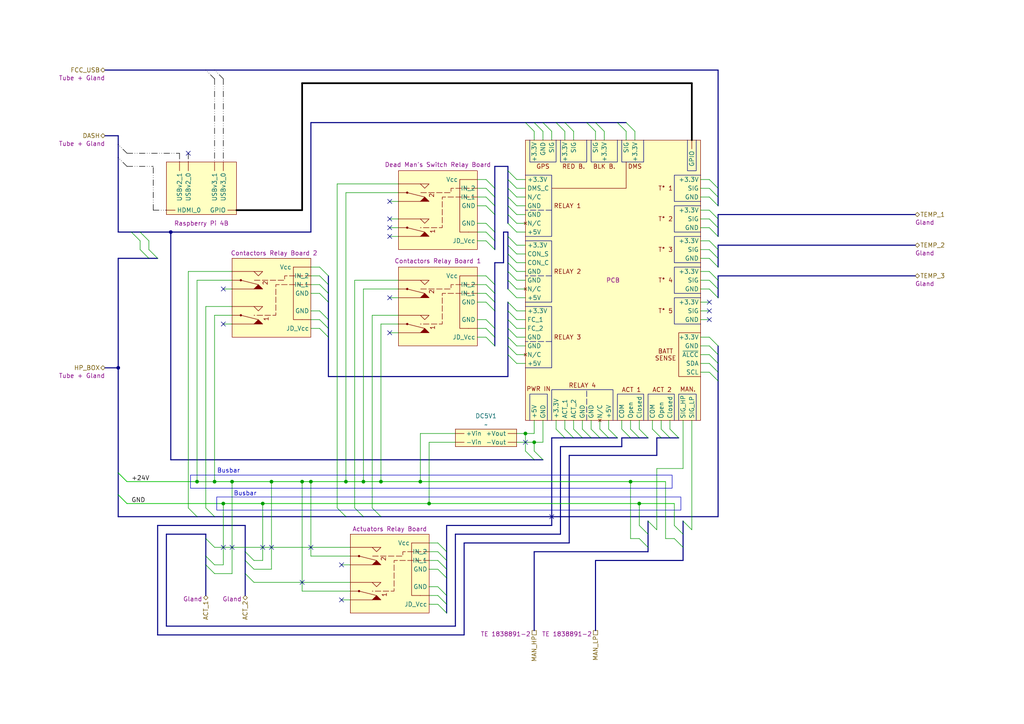
<source format=kicad_sch>
(kicad_sch (version 20231120) (generator "eeschema") (generator_version "8.0")
  (paper "A4")
  (title_block (title "Low Power Box Layout") (date "2024-06-04") (rev "1.3.0") (company "Exocet Polytechnique Montréal"))
  (lib_symbols
    (symbol "Exocet_Electrical:DC-DC_24V_5V"
      (property "Reference" "DC5V" (at 0 0 0))
      (symbol "DC-DC_24V_5V_1_1"
        (rectangle (start -8.89 -1.27) (end 8.89 -6.35) (fill (type background)))
        (pin power_in line (at -8.89 -2.54 0) (length 2.54) (name "+Vin") (number ""))
        (pin power_out line (at 8.89 -2.54 180) (length 2.54) (name "+Vout") (number ""))
        (pin power_in line (at -8.89 -5.08 0) (length 2.54) (name "-Vin") (number ""))
        (pin power_out line (at 8.89 -5.08 180) (length 2.54) (name "-Vout") (number ""))
      )
    )
    (symbol "Exocet_Electrical:PCB"
      (property "Reference" "PCB" (at 0 2.54 0))
      (symbol "PCB_1_1"
        (rectangle (start -25.4 40.64) (end 25.4 -40.64) (fill (type background)))
        (polyline (pts (xy -17.78 -17.78) (xy -25.4 -17.78)) (stroke (width 0) (type dash) (color 0 0 132 1)))
        (polyline (pts (xy -17.78 1.27) (xy -25.4 1.27)) (stroke (width 0) (type dash) (color 0 0 132 1)))
        (polyline (pts (xy -17.78 20.32) (xy -25.4 20.32)) (stroke (width 0) (type dash) (color 0 0 132 1)))
        (polyline (pts (xy -17.78 26.67) (xy 3.81 26.67)))
        (polyline (pts (xy -7.62 -40.64) (xy -7.62 -31.75)) (stroke (width 0) (type dash) (color 0 0 132 1)))
        (polyline (pts (xy 3.81 26.67) (xy 3.81 34.29)))
        (polyline (pts (xy -25.4 -7.62) (xy -17.78 -7.62) (xy -17.78 -25.4) (xy -25.4 -25.4)) (stroke (width 0) (color 0 0 132 1)))
        (polyline (pts (xy -25.4 11.43) (xy -17.78 11.43) (xy -17.78 -6.35) (xy -25.4 -6.35)) (stroke (width 0) (color 0 0 132 1)))
        (polyline (pts (xy -25.4 30.48) (xy -17.78 30.48) (xy -17.78 12.7) (xy -25.4 12.7)) (stroke (width 0) (color 0 0 132 1)))
        (polyline (pts (xy -24.13 40.64) (xy -24.13 34.29) (xy -16.51 34.29) (xy -16.51 40.64)) (stroke (width 0) (color 0 0 132 1)))
        (polyline (pts (xy -19.05 -40.64) (xy -19.05 -33.02) (xy -24.13 -33.02) (xy -24.13 -40.64)) (stroke (width 0) (color 0 0 132 1)))
        (polyline (pts (xy -15.24 40.64) (xy -15.24 34.29) (xy -7.62 34.29) (xy -7.62 40.64)) (stroke (width 0) (color 0 0 132 1)))
        (polyline (pts (xy -6.35 40.64) (xy -6.35 34.29) (xy 1.27 34.29) (xy 1.27 40.64)) (stroke (width 0) (color 0 0 132 1)))
        (polyline (pts (xy 0 -40.64) (xy 0 -31.75) (xy -17.78 -31.75) (xy -17.78 -40.64)) (stroke (width 0) (color 0 0 132 1)))
        (polyline (pts (xy 2.54 40.64) (xy 2.54 34.29) (xy 8.89 34.29) (xy 8.89 40.64)) (stroke (width 0) (color 0 0 132 1)))
        (polyline (pts (xy 8.89 -40.64) (xy 8.89 -33.02) (xy 1.27 -33.02) (xy 1.27 -40.64)) (stroke (width 0) (color 0 0 132 1)))
        (polyline (pts (xy 17.78 -40.64) (xy 17.78 -33.02) (xy 10.16 -33.02) (xy 10.16 -40.64)) (stroke (width 0) (color 0 0 132 1)))
        (polyline (pts (xy 19.05 -40.64) (xy 19.05 -33.02) (xy 24.13 -33.02) (xy 24.13 -40.64)) (stroke (width 0) (color 0 0 132 1)))
        (polyline (pts (xy 21.59 40.64) (xy 21.59 31.75) (xy 24.13 31.75) (xy 24.13 40.64)) (stroke (width 0) (color 0 0 132 1)))
        (polyline (pts (xy 25.4 -15.24) (xy 19.05 -15.24) (xy 19.05 -27.94) (xy 25.4 -27.94)))
        (polyline (pts (xy 25.4 -12.7) (xy 17.78 -12.7) (xy 17.78 -5.08) (xy 25.4 -5.08)) (stroke (width 0) (color 0 0 132 1)))
        (polyline (pts (xy 25.4 -3.81) (xy 17.78 -3.81) (xy 17.78 3.81) (xy 25.4 3.81)) (stroke (width 0) (color 0 0 132 1)))
        (polyline (pts (xy 25.4 5.08) (xy 17.78 5.08) (xy 17.78 12.7) (xy 25.4 12.7)) (stroke (width 0) (color 0 0 132 1)))
        (polyline (pts (xy 25.4 13.97) (xy 17.78 13.97) (xy 17.78 21.59) (xy 25.4 21.59)) (stroke (width 0) (color 0 0 132 1)))
        (polyline (pts (xy 25.4 22.86) (xy 17.78 22.86) (xy 17.78 30.48) (xy 25.4 30.48)) (stroke (width 0) (color 0 0 132 1)))
        (text "ACT 1" (at 5.334 -31.75 0) (effects (font (size 1.27 1.27))))
        (text "ACT 2" (at 14.224 -31.75 0) (effects (font (size 1.27 1.27))))
        (text "BATT\nSENSE" (at 15.24 -21.59 0) (effects (font (size 1.27 1.27))))
        (text "BLK B." (at -2.54 33.02 0) (effects (font (size 1.27 1.27))))
        (text "DMS" (at 6.35 33.02 0) (effects (font (size 1.27 1.27))))
        (text "GPS" (at -20.32 33.02 0) (effects (font (size 1.27 1.27))))
        (text "MAN." (at 21.717 -31.623 0) (effects (font (size 1.27 1.27))))
        (text "PWR IN" (at -21.59 -31.496 0) (effects (font (size 1.27 1.27))))
        (text "RED B." (at -11.43 33.02 0) (effects (font (size 1.27 1.27))))
        (text "RELAY 1" (at -13.208 21.59 0) (effects (font (size 1.27 1.27))))
        (text "RELAY 2" (at -13.208 2.54 0) (effects (font (size 1.27 1.27))))
        (text "RELAY 3" (at -13.208 -16.51 0) (effects (font (size 1.27 1.27))))
        (text "RELAY 4" (at -8.89 -30.48 0) (effects (font (size 1.27 1.27))))
        (text "T° 1" (at 15.24 26.67 0) (effects (font (size 1.27 1.27))))
        (text "T° 2" (at 15.24 17.78 0) (effects (font (size 1.27 1.27))))
        (text "T° 3" (at 15.24 8.89 0) (effects (font (size 1.27 1.27))))
        (text "T° 4" (at 15.24 0 0) (effects (font (size 1.27 1.27))))
        (text "T° 5" (at 15.24 -8.89 0) (effects (font (size 1.27 1.27))))
        (pin power_out line (at -25.4 -8.89 0) (length 0) (name "+3.3V") (number ""))
        (pin power_out line (at -25.4 10.16 0) (length 0) (name "+3.3V") (number ""))
        (pin power_out line (at -25.4 29.21 0) (length 0) (name "+3.3V") (number ""))
        (pin power_out line (at -22.86 40.64 270) (length 0) (name "+3.3V") (number ""))
        (pin power_out line (at -16.51 -40.64 90) (length 0) (name "+3.3V") (number ""))
        (pin power_out line (at -13.97 40.64 270) (length 0) (name "+3.3V") (number ""))
        (pin power_out line (at -2.54 40.64 270) (length 0) (name "+3.3V") (number ""))
        (pin power_out line (at 6.35 40.64 270) (length 0) (name "+3.3V") (number ""))
        (pin power_out line (at 25.4 -16.51 180) (length 0) (name "+3.3V") (number ""))
        (pin power_out line (at 25.4 -6.35 180) (length 0) (name "+3.3V") (number ""))
        (pin power_out line (at 25.4 2.54 180) (length 0) (name "+3.3V") (number ""))
        (pin power_out line (at 25.4 11.43 180) (length 0) (name "+3.3V") (number ""))
        (pin power_out line (at 25.4 20.32 180) (length 0) (name "+3.3V") (number ""))
        (pin power_out line (at 25.4 29.21 180) (length 0) (name "+3.3V") (number ""))
        (pin power_out line (at -25.4 -24.13 0) (length 0) (name "+5V") (number ""))
        (pin power_out line (at -25.4 -5.08 0) (length 0) (name "+5V") (number ""))
        (pin power_out line (at -25.4 13.97 0) (length 0) (name "+5V") (number ""))
        (pin power_in line (at -22.86 -40.64 90) (length 0) (name "+5V") (number ""))
        (pin power_out line (at -1.27 -40.64 90) (length 0) (name "+5V") (number ""))
        (pin output line (at -13.97 -40.64 90) (length 0) (name "ACT_1") (number ""))
        (pin output line (at -11.43 -40.64 90) (length 0) (name "ACT_2") (number ""))
        (pin output line (at 2.54 -40.64 90) (length 0) (name "COM") (number ""))
        (pin output line (at 11.43 -40.64 90) (length 0) (name "COM") (number ""))
        (pin output line (at -25.4 5.08 0) (length 0) (name "CON_C") (number ""))
        (pin output line (at -25.4 7.62 0) (length 0) (name "CON_S") (number ""))
        (pin input line (at 7.62 -40.64 90) (length 0) (name "Closed") (number ""))
        (pin input line (at 16.51 -40.64 90) (length 0) (name "Closed") (number ""))
        (pin output line (at -25.4 26.67 0) (length 0) (name "DMS_C") (number ""))
        (pin output line (at -25.4 -11.43 0) (length 0) (name "FC_1") (number ""))
        (pin output line (at -25.4 -13.97 0) (length 0) (name "FC_2") (number ""))
        (pin power_out line (at -25.4 -19.05 0) (length 0) (name "GND") (number ""))
        (pin power_out line (at -25.4 -16.51 0) (length 0) (name "GND") (number ""))
        (pin power_out line (at -25.4 0 0) (length 0) (name "GND") (number ""))
        (pin power_out line (at -25.4 2.54 0) (length 0) (name "GND") (number ""))
        (pin power_out line (at -25.4 19.05 0) (length 0) (name "GND") (number ""))
        (pin power_out line (at -25.4 21.59 0) (length 0) (name "GND") (number ""))
        (pin power_in line (at -20.32 -40.64 90) (length 0) (name "GND") (number ""))
        (pin power_out line (at -20.32 40.64 270) (length 0) (name "GND") (number ""))
        (pin power_out line (at -8.89 -40.64 90) (length 0) (name "GND") (number ""))
        (pin power_out line (at -6.35 -40.64 90) (length 0) (name "GND") (number ""))
        (pin power_out line (at 25.4 -19.05 180) (length 0) (name "GND") (number ""))
        (pin power_out line (at 25.4 -11.43 180) (length 0) (name "GND") (number ""))
        (pin power_out line (at 25.4 -2.54 180) (length 0) (name "GND") (number ""))
        (pin power_out line (at 25.4 6.35 180) (length 0) (name "GND") (number ""))
        (pin power_out line (at 25.4 15.24 180) (length 0) (name "GND") (number ""))
        (pin power_out line (at 25.4 24.13 180) (length 0) (name "GND") (number ""))
        (pin bidirectional line (at 22.86 40.64 270) (length 2.54) (name "GPIO") (number ""))
        (pin no_connect line (at -25.4 -21.59 0) (length 0) (name "N/C") (number ""))
        (pin no_connect line (at -25.4 -2.54 0) (length 0) (name "N/C") (number ""))
        (pin no_connect line (at -25.4 16.51 0) (length 0) (name "N/C") (number ""))
        (pin output line (at -25.4 24.13 0) (length 0) (name "N/C") (number ""))
        (pin no_connect line (at -3.81 -40.64 90) (length 0) (name "N/C") (number ""))
        (pin input line (at 5.08 -40.64 90) (length 0) (name "Open") (number ""))
        (pin input line (at 13.97 -40.64 90) (length 0) (name "Open") (number ""))
        (pin bidirectional line (at 25.4 -26.67 180) (length 0) (name "SCL") (number ""))
        (pin bidirectional line (at 25.4 -24.13 180) (length 0) (name "SDA") (number ""))
        (pin input line (at -17.78 40.64 270) (length 0) (name "SIG") (number ""))
        (pin input line (at -11.43 40.64 270) (length 0) (name "SIG") (number ""))
        (pin input line (at -5.08 40.64 270) (length 0) (name "SIG") (number ""))
        (pin input line (at 3.81 40.64 270) (length 0) (name "SIG") (number ""))
        (pin bidirectional line (at 25.4 -8.89 180) (length 0) (name "SIG") (number ""))
        (pin bidirectional line (at 25.4 0 180) (length 0) (name "SIG") (number ""))
        (pin bidirectional line (at 25.4 8.89 180) (length 0) (name "SIG") (number ""))
        (pin bidirectional line (at 25.4 17.78 180) (length 0) (name "SIG") (number ""))
        (pin bidirectional line (at 25.4 26.67 180) (length 0) (name "SIG") (number ""))
        (pin input line (at 20.32 -40.64 90) (length 0) (name "SIG_HP") (number ""))
        (pin input line (at 22.86 -40.64 90) (length 0) (name "SIG_LP") (number ""))
        (pin output line (at 25.4 -21.59 180) (length 0) (name "~{ALCC}") (number ""))
      )
    )
    (symbol "Exocet_Electrical:Raspberry_Pi"
      (property "Reference" "RPI" (at 0 0 0))
      (symbol "Raspberry_Pi_1_1"
        (rectangle (start -10.16 -1.27) (end 10.16 -16.51) (fill (type background)))
        (pin bidirectional line (at -10.16 -2.54 0) (length 2.54) (name "GPIO") (number ""))
        (pin output line (at 10.16 -2.54 180) (length 2.54) (name "HDMI_0") (number ""))
        (pin bidirectional line (at 3.81 -16.51 90) (length 2.54) (name "USBv2_0") (number ""))
        (pin bidirectional line (at 6.35 -16.51 90) (length 2.54) (name "USBv2_1") (number ""))
        (pin bidirectional line (at -6.35 -16.51 90) (length 2.54) (name "USBv3_0") (number ""))
        (pin bidirectional line (at -3.81 -16.51 90) (length 2.54) (name "USBv3_1") (number ""))
      )
    )
    (symbol "Exocet_Electrical:Relay_Board"
      (property "Reference" "RELB" (at 0 0 0))
      (symbol "Relay_Board_0_1"
        (polyline (pts (xy 7.62 3.81) (xy 7.62 10.16)))
        (polyline (pts (xy 10.16 7.62) (xy 8.89 2.54)))
        (polyline (pts (xy 12.7 3.81) (xy 12.7 10.16)))
        (polyline (pts (xy 17.78 3.81) (xy 17.78 10.16)))
        (polyline (pts (xy 20.32 7.62) (xy 19.05 2.54)))
        (polyline (pts (xy 22.86 3.81) (xy 22.86 10.16)))
      )
      (symbol "Relay_Board_1_1"
        (polyline (pts (xy 10.16 7.62) (xy 10.16 10.16)))
        (polyline (pts (xy 20.32 7.62) (xy 20.32 10.16)))
        (polyline (pts (xy 24.13 -7.62) (xy 8.89 -7.62) (xy 8.89 -10.16)))
        (polyline (pts (xy 19.05 -12.7) (xy 19.05 -2.54) (xy 10.16 -2.54) (xy 10.16 3.81)) (stroke (width 0) (type dash)))
        (polyline (pts (xy 21.59 -12.7) (xy 21.59 -5.08) (xy 20.32 -5.08) (xy 20.32 3.81)) (stroke (width 0) (type dash)))
        (polyline (pts (xy 7.62 2.54) (xy 7.62 1.27) (xy 8.89 2.54) (xy 7.62 3.81) (xy 7.62 2.54)) (fill (type outline)))
        (polyline (pts (xy 12.7 2.54) (xy 12.7 1.27) (xy 11.43 2.54) (xy 12.7 3.81) (xy 12.7 2.54)))
        (polyline (pts (xy 17.78 2.54) (xy 17.78 1.27) (xy 19.05 2.54) (xy 17.78 3.81) (xy 17.78 2.54)) (fill (type outline)))
        (polyline (pts (xy 22.86 2.54) (xy 22.86 1.27) (xy 21.59 2.54) (xy 22.86 3.81) (xy 22.86 2.54)))
        (rectangle (start 3.81 10.16) (end 26.67 -12.7) (fill (type background)))
        (circle (center 10.16 7.62) (radius 0.25) (fill (type outline)))
        (circle (center 20.32 7.62) (radius 0.25) (fill (type outline)))
        (text "1" (at 9.144 0.254 0) (effects (font (size 1.27 1.27))))
        (text "2" (at 19.558 0.508 0) (effects (font (size 1.27 1.27))))
        (pin passive line (at 7.62 10.16 270) (length 0) (name "") (number ""))
        (pin power_out line (at 8.89 -12.7 90) (length 2.54) (name "") (number ""))
        (pin passive line (at 10.16 10.16 270) (length 0) (name "") (number ""))
        (pin passive line (at 12.7 10.16 270) (length 0) (name "") (number ""))
        (pin passive line (at 17.78 10.16 270) (length 0) (name "") (number ""))
        (pin passive line (at 20.32 10.16 270) (length 0) (name "") (number ""))
        (pin passive line (at 22.86 10.16 270) (length 0) (name "") (number ""))
        (pin power_in line (at 11.43 -12.7 90) (length 0) (name "GND") (number ""))
        (pin power_in line (at 16.51 -12.7 90) (length 0) (name "GND") (number ""))
        (pin input line (at 19.05 -12.7 90) (length 0) (name "IN_1") (number ""))
        (pin input line (at 21.59 -12.7 90) (length 0) (name "IN_2") (number ""))
        (pin power_in line (at 6.35 -12.7 90) (length 0) (name "JD_Vcc") (number ""))
        (pin power_in line (at 24.13 -12.7 90) (length 5.08) (name "Vcc") (number ""))
      )
    )
  )
  (junction (at 62.23 139.7))
  (junction (at 67.31 139.7))
  (junction (at 87.63 139.7))
  (junction (at 152.4 125.73))
  (junction (at 57.15 139.7))
  (junction (at 185.42 146.05))
  (junction (at 78.74 139.7))
  (junction (at 76.2 146.05))
  (junction (at 64.77 146.05))
  (junction (at 110.49 139.7))
  (junction (at 124.46 146.05))
  (junction (at 90.17 139.7))
  (junction (at 49.53 67.31))
  (junction (at 154.94 128.27))
  (junction (at 121.92 139.7))
  (junction (at 182.88 139.7))
  (junction (at 105.41 139.7))
  (junction (at 34.29 106.68))
  (junction (at 100.33 139.7))
  (no_connect (at 205.74 90.17))
  (no_connect (at 99.06 163.83))
  (no_connect (at 113.03 86.36))
  (no_connect (at 205.74 87.63))
  (no_connect (at 113.03 66.04))
  (no_connect (at 152.4 128.27))
  (no_connect (at 78.74 158.75))
  (no_connect (at 64.77 83.82))
  (no_connect (at 87.63 168.91))
  (no_connect (at 113.03 68.58))
  (no_connect (at 90.17 158.75))
  (no_connect (at 54.61 44.45))
  (no_connect (at 64.77 93.98))
  (no_connect (at 205.74 92.71))
  (no_connect (at 76.2 158.75))
  (no_connect (at 64.77 158.75))
  (no_connect (at 160.02 149.86))
  (no_connect (at 67.31 158.75))
  (no_connect (at 113.03 58.42))
  (no_connect (at 99.06 173.99))
  (no_connect (at 113.03 96.52))
  (no_connect (at 113.03 63.5))
  (bus_entry (at 140.97 80.01) (size 2.54 2.54))
  (bus_entry (at 191.77 124.46) (size 2.54 2.54))
  (bus_entry (at 147.32 78.74) (size 2.54 2.54))
  (bus_entry (at 205.74 66.04) (size 2.54 2.54))
  (bus_entry (at 166.37 124.46) (size 2.54 2.54))
  (bus_entry (at 147.32 64.77) (size 2.54 2.54))
  (bus_entry (at 198.12 151.13) (size 2.54 2.54))
  (bus_entry (at 205.74 83.82) (size 2.54 2.54))
  (bus_entry (at 147.32 81.28) (size 2.54 2.54))
  (bus_entry (at 71.12 160.02) (size 2.54 2.54))
  (bus_entry (at 185.42 152.4) (size 2.54 2.54))
  (bus_entry (at 147.32 54.61) (size 2.54 2.54))
  (bus_entry (at 140.97 59.69) (size 2.54 2.54))
  (bus_entry (at 205.74 100.33) (size 2.54 2.54))
  (bus_entry (at 185.42 124.46) (size 2.54 2.54))
  (bus_entry (at 195.58 156.21) (size 2.54 2.54))
  (bus_entry (at 147.32 71.12) (size 2.54 2.54))
  (bus_entry (at 181.61 35.56) (size 2.54 2.54))
  (bus_entry (at 127 175.26) (size 2.54 2.54))
  (bus_entry (at 205.74 81.28) (size 2.54 2.54))
  (bus_entry (at 140.97 57.15) (size 2.54 2.54))
  (bus_entry (at 92.71 82.55) (size 2.54 2.54))
  (bus_entry (at 194.31 124.46) (size 2.54 2.54))
  (bus_entry (at 127 165.1) (size 2.54 2.54))
  (bus_entry (at 127 157.48) (size 2.54 2.54))
  (bus_entry (at 59.69 161.29) (size 2.54 2.54))
  (bus_entry (at 168.91 124.46) (size 2.54 2.54))
  (bus_entry (at 34.29 137.16) (size 2.54 2.54) (stroke (width 0.2032) (color 0 194 0 1)))
  (bus_entry (at 127 172.72) (size 2.54 2.54))
  (bus_entry (at 54.61 147.32) (size 2.54 2.54))
  (bus_entry (at 140.97 85.09) (size 2.54 2.54))
  (bus_entry (at 127 160.02) (size 2.54 2.54))
  (bus_entry (at 152.4 35.56) (size 2.54 2.54))
  (bus_entry (at 179.07 35.56) (size 2.54 2.54))
  (bus_entry (at 71.12 162.56) (size 2.54 2.54))
  (bus_entry (at 92.71 85.09) (size 2.54 2.54))
  (bus_entry (at 161.29 35.56) (size 2.54 2.54))
  (bus_entry (at 140.97 67.31) (size 2.54 2.54))
  (bus_entry (at 71.12 166.37) (size 2.54 2.54))
  (bus_entry (at 40.64 67.31) (size 2.54 2.54))
  (bus_entry (at 182.88 124.46) (size 2.54 2.54))
  (bus_entry (at 147.32 59.69) (size 2.54 2.54))
  (bus_entry (at 59.69 163.83) (size 2.54 2.54))
  (bus_entry (at 147.32 97.79) (size 2.54 2.54))
  (bus_entry (at 152.4 130.81) (size 2.54 2.54))
  (bus_entry (at 140.97 97.79) (size 2.54 2.54))
  (bus_entry (at 92.71 80.01) (size 2.54 2.54))
  (bus_entry (at 92.71 95.25) (size 2.54 2.54))
  (bus_entry (at 92.71 90.17) (size 2.54 2.54))
  (bus_entry (at 205.74 105.41) (size 2.54 2.54))
  (bus_entry (at 140.97 95.25) (size 2.54 2.54))
  (bus_entry (at 147.32 102.87) (size 2.54 2.54))
  (bus_entry (at 147.32 49.53) (size 2.54 2.54))
  (bus_entry (at 205.74 52.07) (size 2.54 2.54))
  (bus_entry (at 147.32 52.07) (size 2.54 2.54))
  (bus_entry (at 154.94 35.56) (size 2.54 2.54))
  (bus_entry (at 205.74 78.74) (size 2.54 2.54))
  (bus_entry (at 205.74 69.85) (size 2.54 2.54))
  (bus_entry (at 205.74 107.95) (size 2.54 2.54))
  (bus_entry (at 147.32 87.63) (size 2.54 2.54))
  (bus_entry (at 147.32 68.58) (size 2.54 2.54))
  (bus_entry (at 205.74 57.15) (size 2.54 2.54))
  (bus_entry (at 36.83 44.45) (size -2.54 -2.54) (stroke (width 0) (type dash_dot_dot) (color 0 0 0 1)))
  (bus_entry (at 102.87 147.32) (size 2.54 2.54))
  (bus_entry (at 59.69 156.21) (size 2.54 2.54))
  (bus_entry (at 140.97 54.61) (size 2.54 2.54))
  (bus_entry (at 36.83 48.26) (size -2.54 -2.54) (stroke (width 0) (type dash_dot_dot) (color 0 0 0 1)))
  (bus_entry (at 140.97 69.85) (size 2.54 2.54))
  (bus_entry (at 205.74 74.93) (size 2.54 2.54))
  (bus_entry (at 40.64 72.39) (size 2.54 2.54))
  (bus_entry (at 205.74 54.61) (size 2.54 2.54))
  (bus_entry (at 147.32 73.66) (size 2.54 2.54))
  (bus_entry (at 161.29 124.46) (size 2.54 2.54))
  (bus_entry (at 173.99 124.46) (size 2.54 2.54))
  (bus_entry (at 64.77 22.86) (size -2.54 -2.54) (stroke (width 0) (type dash_dot_dot) (color 0 0 0 1)))
  (bus_entry (at 97.79 147.32) (size 2.54 2.54))
  (bus_entry (at 147.32 83.82) (size 2.54 2.54))
  (bus_entry (at 147.32 90.17) (size 2.54 2.54))
  (bus_entry (at 147.32 57.15) (size 2.54 2.54))
  (bus_entry (at 205.74 72.39) (size 2.54 2.54))
  (bus_entry (at 205.74 97.79) (size 2.54 2.54))
  (bus_entry (at 140.97 92.71) (size 2.54 2.54))
  (bus_entry (at 147.32 92.71) (size 2.54 2.54))
  (bus_entry (at 92.71 92.71) (size 2.54 2.54))
  (bus_entry (at 147.32 62.23) (size 2.54 2.54))
  (bus_entry (at 185.42 156.21) (size 2.54 2.54))
  (bus_entry (at 171.45 124.46) (size 2.54 2.54))
  (bus_entry (at 195.58 152.4) (size 2.54 2.54))
  (bus_entry (at 62.23 22.86) (size -2.54 -2.54) (stroke (width 0) (type dash_dot_dot) (color 0 0 0 1)))
  (bus_entry (at 176.53 124.46) (size 2.54 2.54))
  (bus_entry (at 180.34 124.46) (size 2.54 2.54))
  (bus_entry (at 147.32 76.2) (size 2.54 2.54))
  (bus_entry (at 154.94 130.81) (size 2.54 2.54))
  (bus_entry (at 172.72 35.56) (size 2.54 2.54))
  (bus_entry (at 189.23 124.46) (size 2.54 2.54))
  (bus_entry (at 92.71 77.47) (size 2.54 2.54))
  (bus_entry (at 38.1 67.31) (size 2.54 2.54))
  (bus_entry (at 205.74 102.87) (size 2.54 2.54))
  (bus_entry (at 127 162.56) (size 2.54 2.54))
  (bus_entry (at 163.83 124.46) (size 2.54 2.54))
  (bus_entry (at 157.48 35.56) (size 2.54 2.54))
  (bus_entry (at 59.69 147.32) (size 2.54 2.54))
  (bus_entry (at 163.83 35.56) (size 2.54 2.54))
  (bus_entry (at 170.18 35.56) (size 2.54 2.54))
  (bus_entry (at 43.18 72.39) (size 2.54 2.54))
  (bus_entry (at 147.32 100.33) (size 2.54 2.54))
  (bus_entry (at 205.74 63.5) (size 2.54 2.54))
  (bus_entry (at 187.96 151.13) (size 2.54 2.54))
  (bus_entry (at 147.32 95.25) (size 2.54 2.54))
  (bus_entry (at 140.97 64.77) (size 2.54 2.54))
  (bus_entry (at 107.95 147.32) (size 2.54 2.54))
  (bus_entry (at 140.97 82.55) (size 2.54 2.54))
  (bus_entry (at 140.97 52.07) (size 2.54 2.54))
  (bus_entry (at 140.97 87.63) (size 2.54 2.54))
  (bus_entry (at 127 170.18) (size 2.54 2.54))
  (bus_entry (at 205.74 60.96) (size 2.54 2.54))
  (bus_entry (at 34.29 143.51) (size 2.54 2.54) (stroke (width 0.2032) (color 0 194 0 1)))
  (wire (pts (xy 124.46 172.72) (xy 127 172.72)))
  (bus (pts (xy 187.96 158.75) (xy 187.96 160.02)))
  (wire (pts (xy 78.74 139.7) (xy 78.74 165.1)))
  (bus (pts (xy 34.29 39.37) (xy 34.29 41.91)))
  (bus (pts (xy 71.12 166.37) (xy 71.12 162.56)))
  (wire (pts (xy 157.48 128.27) (xy 157.48 121.92)))
  (wire (pts (xy 203.2 63.5) (xy 205.74 63.5)))
  (wire (pts (xy 203.2 72.39) (xy 205.74 72.39)))
  (bus (pts (xy 45.72 184.15) (xy 134.62 184.15)))
  (wire (pts (xy 149.86 95.25) (xy 152.4 95.25)))
  (wire (pts (xy 138.43 87.63) (xy 140.97 87.63)))
  (bus (pts (xy 143.51 62.23) (xy 143.51 67.31)))
  (wire (pts (xy 78.74 139.7) (xy 87.63 139.7)) (stroke (width 0.2032) (color 0 194 0 1)))
  (bus (pts (xy 129.54 165.1) (xy 129.54 167.64)))
  (bus (pts (xy 194.31 127) (xy 191.77 127)))
  (bus (pts (xy 147.32 90.17) (xy 147.32 87.63)))
  (wire (pts (xy 90.17 95.25) (xy 92.71 95.25)))
  (wire (pts (xy 152.4 125.73) (xy 154.94 125.73)))
  (bus (pts (xy 134.62 157.48) (xy 165.1 157.48)))
  (bus (pts (xy 154.94 160.02) (xy 154.94 182.88)))
  (bus (pts (xy 180.34 129.54) (xy 162.56 129.54)))
  (wire (pts (xy 149.86 102.87) (xy 152.4 102.87)))
  (wire (pts (xy 90.17 139.7) (xy 100.33 139.7)) (stroke (width 0.2032) (color 0 194 0 1)))
  (wire (pts (xy 52.07 44.45) (xy 52.07 46.99)) (stroke (width 0) (type dash_dot_dot) (color 0 0 0 1)))
  (wire (pts (xy 193.04 139.7) (xy 193.04 156.21)))
  (bus (pts (xy 208.28 86.36) (xy 208.28 83.82)))
  (bus (pts (xy 132.08 181.61) (xy 48.26 181.61)))
  (bus (pts (xy 90.17 67.31) (xy 90.17 35.56)))
  (bus (pts (xy 105.41 149.86) (xy 110.49 149.86)))
  (wire (pts (xy 152.4 125.73) (xy 152.4 130.81)))
  (wire (pts (xy 149.86 81.28) (xy 152.4 81.28)))
  (wire (pts (xy 102.87 81.28) (xy 102.87 147.32)))
  (wire (pts (xy 101.6 171.45) (xy 87.63 171.45)))
  (wire (pts (xy 138.43 69.85) (xy 140.97 69.85)))
  (wire (pts (xy 176.53 121.92) (xy 176.53 124.46)))
  (bus (pts (xy 208.28 100.33) (xy 208.28 102.87)))
  (bus (pts (xy 208.28 74.93) (xy 208.28 72.39)))
  (bus (pts (xy 160.02 127) (xy 160.02 152.4)))
  (bus (pts (xy 147.32 48.26) (xy 143.51 48.26)))
  (bus (pts (xy 172.72 35.56) (xy 179.07 35.56)))
  (bus (pts (xy 147.32 78.74) (xy 147.32 76.2)))
  (bus (pts (xy 208.28 83.82) (xy 208.28 81.28)))
  (bus (pts (xy 90.17 35.56) (xy 152.4 35.56)))
  (wire (pts (xy 59.69 88.9) (xy 59.69 147.32)))
  (bus (pts (xy 34.29 45.72) (xy 34.29 67.31)))
  (wire (pts (xy 113.03 66.04) (xy 115.57 66.04)))
  (wire (pts (xy 149.86 52.07) (xy 152.4 52.07)))
  (wire (pts (xy 36.83 48.26) (xy 44.45 48.26)) (stroke (width 0) (type dash_dot_dot) (color 0 0 0 1)))
  (wire (pts (xy 87.63 139.7) (xy 90.17 139.7)) (stroke (width 0.2032) (color 0 194 0 1)))
  (wire (pts (xy 90.17 77.47) (xy 92.71 77.47)))
  (bus (pts (xy 166.37 127) (xy 163.83 127)))
  (bus (pts (xy 208.28 110.49) (xy 208.28 149.86)))
  (wire (pts (xy 62.23 158.75) (xy 101.6 158.75)))
  (bus (pts (xy 49.53 133.35) (xy 154.94 133.35)))
  (bus (pts (xy 168.91 127) (xy 166.37 127)))
  (bus (pts (xy 34.29 74.93) (xy 43.18 74.93)))
  (bus (pts (xy 71.12 160.02) (xy 71.12 152.4)))
  (bus (pts (xy 160.02 127) (xy 163.83 127)))
  (bus (pts (xy 208.28 102.87) (xy 208.28 105.41)))
  (bus (pts (xy 187.96 154.94) (xy 187.96 158.75)))
  (bus (pts (xy 147.32 59.69) (xy 147.32 57.15)))
  (bus (pts (xy 208.28 105.41) (xy 208.28 107.95)))
  (bus (pts (xy 208.28 68.58) (xy 208.28 66.04)))
  (wire (pts (xy 149.86 128.27) (xy 154.94 128.27)))
  (bus (pts (xy 43.18 74.93) (xy 45.72 74.93)))
  (wire (pts (xy 67.31 91.44) (xy 62.23 91.44)))
  (wire (pts (xy 67.31 81.28) (xy 57.15 81.28)))
  (wire (pts (xy 62.23 166.37) (xy 67.31 166.37)))
  (bus (pts (xy 57.15 149.86) (xy 62.23 149.86)))
  (wire (pts (xy 149.86 54.61) (xy 152.4 54.61)))
  (bus (pts (xy 147.32 57.15) (xy 147.32 54.61)))
  (wire (pts (xy 181.61 38.1) (xy 181.61 40.64)))
  (bus (pts (xy 143.51 76.2) (xy 146.05 76.2)))
  (wire (pts (xy 138.43 57.15) (xy 140.97 57.15)))
  (wire (pts (xy 138.43 92.71) (xy 140.97 92.71)))
  (wire (pts (xy 138.43 80.01) (xy 140.97 80.01)))
  (wire (pts (xy 64.77 93.98) (xy 67.31 93.98)))
  (bus (pts (xy 143.51 97.79) (xy 143.51 100.33)))
  (bus (pts (xy 143.51 82.55) (xy 143.51 85.09)))
  (wire (pts (xy 113.03 86.36) (xy 115.57 86.36)))
  (wire (pts (xy 149.86 76.2) (xy 152.4 76.2)))
  (wire (pts (xy 68.58 60.96) (xy 87.63 60.96)) (stroke (width 0.5) (color 0 0 0 1)))
  (wire (pts (xy 64.77 146.05) (xy 64.77 163.83)))
  (wire (pts (xy 149.86 73.66) (xy 152.4 73.66)))
  (bus (pts (xy 48.26 181.61) (xy 48.26 154.94)))
  (wire (pts (xy 195.58 146.05) (xy 195.58 152.4)))
  (wire (pts (xy 203.2 100.33) (xy 205.74 100.33)))
  (wire (pts (xy 113.03 96.52) (xy 115.57 96.52)))
  (wire (pts (xy 90.17 90.17) (xy 92.71 90.17)))
  (wire (pts (xy 64.77 22.86) (xy 64.77 46.99)) (stroke (width 0) (type dash_dot_dot) (color 0 0 0 1)))
  (wire (pts (xy 203.2 54.61) (xy 205.74 54.61)))
  (bus (pts (xy 147.32 73.66) (xy 147.32 71.12)))
  (bus (pts (xy 208.28 66.04) (xy 208.28 63.5)))
  (bus (pts (xy 34.29 106.68) (xy 34.29 137.16)))
  (bus (pts (xy 40.64 67.31) (xy 49.53 67.31)))
  (bus (pts (xy 170.18 35.56) (xy 172.72 35.56)))
  (bus (pts (xy 45.72 152.4) (xy 71.12 152.4)))
  (wire (pts (xy 138.43 54.61) (xy 140.97 54.61)))
  (wire (pts (xy 36.83 139.7) (xy 57.15 139.7)) (stroke (width 0.2032) (color 0 194 0 1)))
  (wire (pts (xy 195.58 156.21) (xy 193.04 156.21)))
  (wire (pts (xy 105.41 139.7) (xy 110.49 139.7)) (stroke (width 0.2032) (color 0 194 0 1)))
  (wire (pts (xy 100.33 139.7) (xy 105.41 139.7)) (stroke (width 0.2032) (color 0 194 0 1)))
  (wire (pts (xy 115.57 93.98) (xy 110.49 93.98)))
  (bus (pts (xy 208.28 71.12) (xy 265.43 71.12)))
  (wire (pts (xy 44.45 60.96) (xy 44.45 48.26)) (stroke (width 0) (type dash_dot_dot) (color 0 0 0 1)))
  (bus (pts (xy 165.1 157.48) (xy 165.1 132.08)))
  (wire (pts (xy 138.43 97.79) (xy 140.97 97.79)))
  (wire (pts (xy 124.46 165.1) (xy 127 165.1)))
  (wire (pts (xy 90.17 85.09) (xy 92.71 85.09)))
  (bus (pts (xy 143.51 67.31) (xy 143.51 69.85)))
  (wire (pts (xy 115.57 83.82) (xy 105.41 83.82)))
  (bus (pts (xy 208.28 81.28) (xy 208.28 80.01)))
  (wire (pts (xy 124.46 170.18) (xy 127 170.18)))
  (wire (pts (xy 138.43 59.69) (xy 140.97 59.69)))
  (bus (pts (xy 59.69 154.94) (xy 59.69 156.21)))
  (bus (pts (xy 147.32 97.79) (xy 147.32 95.25)))
  (wire (pts (xy 203.2 57.15) (xy 205.74 57.15)))
  (bus (pts (xy 30.48 20.32) (xy 59.69 20.32)))
  (wire (pts (xy 115.57 91.44) (xy 107.95 91.44)))
  (wire (pts (xy 138.43 67.31) (xy 140.97 67.31)))
  (wire (pts (xy 73.66 168.91) (xy 101.6 168.91)))
  (bus (pts (xy 95.25 80.01) (xy 95.25 82.55)))
  (wire (pts (xy 113.03 68.58) (xy 115.57 68.58)))
  (wire (pts (xy 203.2 97.79) (xy 205.74 97.79)))
  (wire (pts (xy 121.92 125.73) (xy 121.92 139.7)))
  (wire (pts (xy 168.91 121.92) (xy 168.91 124.46)))
  (wire (pts (xy 163.83 38.1) (xy 163.83 40.64)))
  (bus (pts (xy 49.53 67.31) (xy 49.53 133.35)))
  (wire (pts (xy 190.5 135.89) (xy 190.5 153.67)))
  (wire (pts (xy 149.86 90.17) (xy 152.4 90.17)))
  (bus (pts (xy 147.32 102.87) (xy 147.32 109.22)))
  (bus (pts (xy 147.32 100.33) (xy 147.32 97.79)))
  (wire (pts (xy 149.86 105.41) (xy 152.4 105.41)))
  (wire (pts (xy 154.94 128.27) (xy 154.94 130.81)))
  (wire (pts (xy 44.45 60.96) (xy 48.26 60.96)) (stroke (width 0) (type dash_dot_dot) (color 0 0 0 1)))
  (wire (pts (xy 203.2 81.28) (xy 205.74 81.28)))
  (bus (pts (xy 34.29 137.16) (xy 34.29 143.51)))
  (bus (pts (xy 147.32 67.31) (xy 147.32 68.58)))
  (wire (pts (xy 124.46 160.02) (xy 127 160.02)))
  (wire (pts (xy 185.42 121.92) (xy 185.42 124.46)))
  (wire (pts (xy 67.31 88.9) (xy 59.69 88.9)))
  (wire (pts (xy 194.31 121.92) (xy 194.31 124.46)))
  (wire (pts (xy 90.17 92.71) (xy 92.71 92.71)))
  (wire (pts (xy 203.2 107.95) (xy 205.74 107.95)))
  (bus (pts (xy 198.12 154.94) (xy 198.12 158.75)))
  (wire (pts (xy 105.41 83.82) (xy 105.41 139.7)))
  (wire (pts (xy 149.86 92.71) (xy 152.4 92.71)))
  (bus (pts (xy 34.29 149.86) (xy 57.15 149.86)))
  (bus (pts (xy 95.25 95.25) (xy 95.25 97.79)))
  (wire (pts (xy 203.2 52.07) (xy 205.74 52.07)))
  (bus (pts (xy 95.25 82.55) (xy 95.25 85.09)))
  (wire (pts (xy 149.86 86.36) (xy 152.4 86.36)))
  (wire (pts (xy 182.88 139.7) (xy 182.88 156.21)))
  (bus (pts (xy 71.12 172.72) (xy 71.12 166.37)))
  (wire (pts (xy 124.46 175.26) (xy 127 175.26)))
  (bus (pts (xy 143.51 87.63) (xy 143.51 90.17)))
  (wire (pts (xy 154.94 125.73) (xy 154.94 121.92)))
  (wire (pts (xy 161.29 121.92) (xy 161.29 124.46)))
  (bus (pts (xy 171.45 127) (xy 168.91 127)))
  (wire (pts (xy 198.12 135.89) (xy 190.5 135.89)))
  (bus (pts (xy 147.32 52.07) (xy 147.32 49.53)))
  (bus (pts (xy 154.94 133.35) (xy 157.48 133.35)))
  (wire (pts (xy 149.86 100.33) (xy 152.4 100.33)))
  (wire (pts (xy 149.86 71.12) (xy 152.4 71.12)))
  (wire (pts (xy 203.2 69.85) (xy 205.74 69.85)))
  (bus (pts (xy 147.32 71.12) (xy 147.32 68.58)))
  (wire (pts (xy 67.31 139.7) (xy 78.74 139.7)) (stroke (width 0.2032) (color 0 194 0 1)))
  (bus (pts (xy 147.32 83.82) (xy 147.32 81.28)))
  (bus (pts (xy 34.29 41.91) (xy 34.29 45.72)))
  (bus (pts (xy 208.28 77.47) (xy 208.28 74.93)))
  (bus (pts (xy 154.94 35.56) (xy 157.48 35.56)))
  (wire (pts (xy 132.08 125.73) (xy 121.92 125.73)))
  (bus (pts (xy 208.28 80.01) (xy 265.43 80.01)))
  (wire (pts (xy 64.77 83.82) (xy 67.31 83.82)))
  (wire (pts (xy 149.86 64.77) (xy 152.4 64.77)))
  (wire (pts (xy 73.66 162.56) (xy 76.2 162.56)))
  (wire (pts (xy 62.23 163.83) (xy 64.77 163.83)))
  (bus (pts (xy 129.54 172.72) (xy 129.54 175.26)))
  (bus (pts (xy 147.32 92.71) (xy 147.32 90.17)))
  (wire (pts (xy 149.86 83.82) (xy 152.4 83.82)))
  (wire (pts (xy 191.77 121.92) (xy 191.77 124.46)))
  (wire (pts (xy 149.86 59.69) (xy 152.4 59.69)))
  (wire (pts (xy 203.2 102.87) (xy 205.74 102.87)))
  (bus (pts (xy 143.51 59.69) (xy 143.51 62.23)))
  (wire (pts (xy 64.77 146.05) (xy 76.2 146.05)) (stroke (width 0.2032) (color 0 194 0 1)))
  (wire (pts (xy 200.66 121.92) (xy 200.66 153.67)))
  (bus (pts (xy 208.28 72.39) (xy 208.28 71.12)))
  (wire (pts (xy 149.86 97.79) (xy 152.4 97.79)))
  (wire (pts (xy 203.2 105.41) (xy 205.74 105.41)))
  (bus (pts (xy 132.08 154.94) (xy 132.08 181.61)))
  (bus (pts (xy 62.23 20.32) (xy 208.28 20.32)))
  (wire (pts (xy 124.46 128.27) (xy 124.46 146.05)))
  (bus (pts (xy 143.51 76.2) (xy 143.51 82.55)))
  (bus (pts (xy 134.62 184.15) (xy 134.62 157.48)))
  (bus (pts (xy 161.29 35.56) (xy 163.83 35.56)))
  (wire (pts (xy 203.2 78.74) (xy 205.74 78.74)))
  (bus (pts (xy 179.07 35.56) (xy 181.61 35.56)))
  (wire (pts (xy 157.48 38.1) (xy 157.48 40.64)))
  (wire (pts (xy 198.12 121.92) (xy 198.12 135.89)))
  (bus (pts (xy 129.54 152.4) (xy 129.54 160.02)))
  (bus (pts (xy 48.26 154.94) (xy 59.69 154.94)))
  (bus (pts (xy 147.32 76.2) (xy 147.32 73.66)))
  (wire (pts (xy 203.2 66.04) (xy 205.74 66.04)))
  (bus (pts (xy 187.96 160.02) (xy 154.94 160.02)))
  (bus (pts (xy 143.51 95.25) (xy 143.51 97.79)))
  (wire (pts (xy 101.6 161.29) (xy 90.17 161.29)))
  (bus (pts (xy 147.32 54.61) (xy 147.32 52.07)))
  (wire (pts (xy 149.86 125.73) (xy 152.4 125.73)))
  (bus (pts (xy 129.54 162.56) (xy 129.54 165.1)))
  (bus (pts (xy 180.34 127) (xy 180.34 129.54)))
  (wire (pts (xy 203.2 90.17) (xy 205.74 90.17)))
  (wire (pts (xy 90.17 80.01) (xy 92.71 80.01)))
  (wire (pts (xy 171.45 121.92) (xy 171.45 124.46)))
  (bus (pts (xy 100.33 149.86) (xy 105.41 149.86)))
  (wire (pts (xy 182.88 121.92) (xy 182.88 124.46)))
  (bus (pts (xy 129.54 175.26) (xy 129.54 177.8)))
  (bus (pts (xy 185.42 127) (xy 182.88 127)))
  (wire (pts (xy 180.34 121.92) (xy 180.34 124.46)))
  (bus (pts (xy 208.28 57.15) (xy 208.28 59.69)))
  (wire (pts (xy 54.61 44.45) (xy 54.61 46.99)) (stroke (width 0) (type dash_dot_dot) (color 0 0 0 1)))
  (bus (pts (xy 38.1 67.31) (xy 40.64 67.31)))
  (bus (pts (xy 147.32 49.53) (xy 147.32 48.26)))
  (bus (pts (xy 187.96 127) (xy 185.42 127)))
  (bus (pts (xy 143.51 90.17) (xy 143.51 95.25)))
  (bus (pts (xy 172.72 162.56) (xy 172.72 182.88)))
  (wire (pts (xy 175.26 38.1) (xy 175.26 40.64)))
  (wire (pts (xy 110.49 139.7) (xy 121.92 139.7)) (stroke (width 0.2032) (color 0 194 0 1)))
  (bus (pts (xy 71.12 162.56) (xy 71.12 160.02)))
  (wire (pts (xy 107.95 91.44) (xy 107.95 147.32)))
  (bus (pts (xy 143.51 54.61) (xy 143.51 57.15)))
  (wire (pts (xy 154.94 38.1) (xy 154.94 40.64)))
  (bus (pts (xy 190.5 127) (xy 190.5 132.08)))
  (wire (pts (xy 97.79 53.34) (xy 115.57 53.34)))
  (bus (pts (xy 198.12 158.75) (xy 198.12 162.56)))
  (bus (pts (xy 59.69 163.83) (xy 59.69 172.72)))
  (wire (pts (xy 100.33 55.88) (xy 100.33 139.7)))
  (wire (pts (xy 184.15 38.1) (xy 184.15 40.64)))
  (wire (pts (xy 124.46 146.05) (xy 185.42 146.05)) (stroke (width 0.2032) (color 0 194 0 1)))
  (bus (pts (xy 147.32 95.25) (xy 147.32 92.71)))
  (bus (pts (xy 30.48 106.68) (xy 34.29 106.68)))
  (bus (pts (xy 129.54 160.02) (xy 129.54 162.56)))
  (wire (pts (xy 76.2 146.05) (xy 76.2 162.56)))
  (bus (pts (xy 95.25 87.63) (xy 95.25 92.71)))
  (wire (pts (xy 124.46 162.56) (xy 127 162.56)))
  (wire (pts (xy 115.57 81.28) (xy 102.87 81.28)))
  (bus (pts (xy 49.53 67.31) (xy 90.17 67.31)))
  (wire (pts (xy 149.86 57.15) (xy 152.4 57.15)))
  (bus (pts (xy 179.07 127) (xy 176.53 127)))
  (bus (pts (xy 143.51 57.15) (xy 143.51 59.69)))
  (bus (pts (xy 198.12 162.56) (xy 172.72 162.56)))
  (bus (pts (xy 143.51 85.09) (xy 143.51 87.63)))
  (wire (pts (xy 62.23 91.44) (xy 62.23 139.7)))
  (wire (pts (xy 138.43 82.55) (xy 140.97 82.55)))
  (wire (pts (xy 76.2 146.05) (xy 124.46 146.05)) (stroke (width 0.2032) (color 0 194 0 1)))
  (wire (pts (xy 149.86 78.74) (xy 152.4 78.74)))
  (bus (pts (xy 157.48 35.56) (xy 161.29 35.56)))
  (wire (pts (xy 149.86 67.31) (xy 152.4 67.31)))
  (bus (pts (xy 163.83 35.56) (xy 170.18 35.56)))
  (bus (pts (xy 95.25 109.22) (xy 147.32 109.22)))
  (bus (pts (xy 34.29 39.37) (xy 30.48 39.37)))
  (wire (pts (xy 189.23 121.92) (xy 189.23 124.46)))
  (bus (pts (xy 176.53 127) (xy 173.99 127)))
  (bus (pts (xy 165.1 132.08) (xy 190.5 132.08)))
  (wire (pts (xy 132.08 128.27) (xy 124.46 128.27)))
  (wire (pts (xy 203.2 87.63) (xy 205.74 87.63)))
  (wire (pts (xy 62.23 139.7) (xy 67.31 139.7)) (stroke (width 0.2032) (color 0 194 0 1)))
  (bus (pts (xy 162.56 154.94) (xy 132.08 154.94)))
  (wire (pts (xy 36.83 146.05) (xy 64.77 146.05)) (stroke (width 0.2032) (color 0 194 0 1)))
  (wire (pts (xy 185.42 146.05) (xy 195.58 146.05)) (stroke (width 0.2032) (color 0 194 0 1)))
  (wire (pts (xy 160.02 38.1) (xy 160.02 40.64)))
  (wire (pts (xy 203.2 92.71) (xy 205.74 92.71)))
  (wire (pts (xy 173.99 121.92) (xy 173.99 124.46)))
  (wire (pts (xy 97.79 53.34) (xy 97.79 147.32)))
  (wire (pts (xy 203.2 60.96) (xy 205.74 60.96)))
  (bus (pts (xy 95.25 92.71) (xy 95.25 95.25)))
  (bus (pts (xy 147.32 64.77) (xy 147.32 62.23)))
  (wire (pts (xy 57.15 81.28) (xy 57.15 139.7)))
  (wire (pts (xy 113.03 58.42) (xy 115.57 58.42)))
  (wire (pts (xy 90.17 139.7) (xy 90.17 161.29)))
  (wire (pts (xy 36.83 44.45) (xy 52.07 44.45)) (stroke (width 0) (type dash_dot_dot) (color 0 0 0 1)))
  (bus (pts (xy 147.32 62.23) (xy 147.32 59.69)))
  (bus (pts (xy 129.54 167.64) (xy 129.54 172.72)))
  (wire (pts (xy 149.86 62.23) (xy 152.4 62.23)))
  (bus (pts (xy 191.77 127) (xy 190.5 127)))
  (wire (pts (xy 100.33 55.88) (xy 115.57 55.88)))
  (bus (pts (xy 59.69 20.32) (xy 62.23 20.32)))
  (bus (pts (xy 146.05 67.31) (xy 146.05 76.2)))
  (wire (pts (xy 99.06 163.83) (xy 101.6 163.83)))
  (wire (pts (xy 163.83 121.92) (xy 163.83 124.46)))
  (wire (pts (xy 110.49 93.98) (xy 110.49 139.7)))
  (bus (pts (xy 182.88 127) (xy 180.34 127)))
  (wire (pts (xy 172.72 38.1) (xy 172.72 40.64)))
  (bus (pts (xy 95.25 85.09) (xy 95.25 87.63)))
  (wire (pts (xy 182.88 139.7) (xy 193.04 139.7)) (stroke (width 0.2032) (color 0 194 0 1)))
  (wire (pts (xy 138.43 95.25) (xy 140.97 95.25)))
  (bus (pts (xy 143.51 48.26) (xy 143.51 54.61)))
  (wire (pts (xy 138.43 52.07) (xy 140.97 52.07)))
  (wire (pts (xy 87.63 60.96) (xy 87.63 24.13)) (stroke (width 0.5) (color 0 0 0 1)))
  (wire (pts (xy 90.17 82.55) (xy 92.71 82.55)))
  (bus (pts (xy 147.32 102.87) (xy 147.32 100.33)))
  (bus (pts (xy 187.96 151.13) (xy 187.96 154.94)))
  (wire (pts (xy 113.03 63.5) (xy 115.57 63.5)))
  (wire (pts (xy 67.31 166.37) (xy 67.31 139.7)))
  (wire (pts (xy 87.63 24.13) (xy 200.66 24.13)) (stroke (width 0.5) (color 0 0 0 1)))
  (bus (pts (xy 110.49 149.86) (xy 208.28 149.86)))
  (bus (pts (xy 208.28 107.95) (xy 208.28 110.49)))
  (bus (pts (xy 208.28 63.5) (xy 208.28 62.23)))
  (bus (pts (xy 208.28 62.23) (xy 265.43 62.23)))
  (bus (pts (xy 198.12 151.13) (xy 198.12 154.94)))
  (wire (pts (xy 54.61 78.74) (xy 54.61 147.32)))
  (wire (pts (xy 40.64 69.85) (xy 40.64 72.39)))
  (wire (pts (xy 200.66 24.13) (xy 200.66 40.64)) (stroke (width 0.5) (color 0 0 0 1)))
  (bus (pts (xy 208.28 20.32) (xy 208.28 54.61)))
  (wire (pts (xy 121.92 139.7) (xy 182.88 139.7)) (stroke (width 0.2032) (color 0 194 0 1)))
  (bus (pts (xy 147.32 81.28) (xy 147.32 78.74)))
  (wire (pts (xy 203.2 83.82) (xy 205.74 83.82)))
  (bus (pts (xy 59.69 161.29) (xy 59.69 163.83)))
  (wire (pts (xy 62.23 22.86) (xy 62.23 46.99)) (stroke (width 0) (type dash_dot_dot) (color 0 0 0 1)))
  (wire (pts (xy 185.42 146.05) (xy 185.42 152.4)))
  (bus (pts (xy 208.28 54.61) (xy 208.28 57.15)))
  (wire (pts (xy 154.94 128.27) (xy 157.48 128.27)))
  (bus (pts (xy 45.72 152.4) (xy 45.72 184.15)))
  (bus (pts (xy 152.4 35.56) (xy 154.94 35.56)))
  (bus (pts (xy 173.99 127) (xy 171.45 127)))
  (bus (pts (xy 34.29 67.31) (xy 38.1 67.31)))
  (bus (pts (xy 143.51 69.85) (xy 143.51 72.39)))
  (wire (pts (xy 166.37 121.92) (xy 166.37 124.46)))
  (bus (pts (xy 196.85 127) (xy 194.31 127)))
  (wire (pts (xy 138.43 64.77) (xy 140.97 64.77)))
  (bus (pts (xy 59.69 156.21) (xy 59.69 161.29)))
  (bus (pts (xy 162.56 129.54) (xy 162.56 154.94)))
  (wire (pts (xy 62.23 139.7) (xy 57.15 139.7)))
  (bus (pts (xy 34.29 106.68) (xy 34.29 74.93)))
  (wire (pts (xy 43.18 69.85) (xy 43.18 72.39)))
  (wire (pts (xy 138.43 85.09) (xy 140.97 85.09)))
  (wire (pts (xy 124.46 157.48) (xy 127 157.48)))
  (wire (pts (xy 99.06 173.99) (xy 101.6 173.99)))
  (wire (pts (xy 203.2 74.93) (xy 205.74 74.93)))
  (bus (pts (xy 34.29 143.51) (xy 34.29 149.86)))
  (bus (pts (xy 147.32 67.31) (xy 146.05 67.31)))
  (bus (pts (xy 160.02 152.4) (xy 129.54 152.4)))
  (wire (pts (xy 73.66 165.1) (xy 78.74 165.1)))
  (bus (pts (xy 62.23 149.86) (xy 100.33 149.86)))
  (wire (pts (xy 67.31 78.74) (xy 54.61 78.74)))
  (bus (pts (xy 95.25 97.79) (xy 95.25 109.22)))
  (wire (pts (xy 166.37 38.1) (xy 166.37 40.64)))
  (wire (pts (xy 87.63 139.7) (xy 87.63 171.45)))
  (wire (pts (xy 185.42 156.21) (xy 182.88 156.21)))
  (rectangle (start 62.865 144.145) (end 197.485 147.955))
  (rectangle (start 55.245 137.795) (end 194.945 141.605))
  (text "Busbar" (at 66.294 136.652 0) (effects (font (size 1.27 1.27))))
  (text "Busbar" (at 71.12 143.256 0) (effects (font (size 1.27 1.27))))
  (label "GND" (at 38.1 146.05 0))
  (label "+24V" (at 38.1 139.7 0))
  (hierarchical_label "MAN_LP" (shape passive) (at 172.72 182.88 270) (property "Connector" "TE 1838891-2" (at 171.704 183.896 0) (effects (justify right))))
  (hierarchical_label "TEMP_2" (shape bidirectional) (at 265.43 71.12 0) (property "Connector" "Gland" (at 265.43 73.406 0) (effects (justify left))))
  (hierarchical_label "DASH" (shape bidirectional) (at 30.48 39.37 180) (property "Connector" "Tube + Gland" (at 30.48 41.656 0) (effects (justify right))))
  (hierarchical_label "MAN_HP" (shape passive) (at 154.94 182.88 270) (property "Connector" "TE 1838891-2" (at 153.924 183.896 0) (effects (justify right))))
  (hierarchical_label "HP_BOX" (shape bidirectional) (at 30.48 106.68 180) (property "Connector" "Tube + Gland" (at 30.48 108.966 0) (effects (justify right))))
  (hierarchical_label "TEMP_1" (shape bidirectional) (at 265.43 62.23 0) (property "Connector" "Gland" (at 265.43 64.516 0) (effects (justify left))))
  (hierarchical_label "FCC_USB" (shape bidirectional) (at 30.48 20.32 180) (property "Connector" "Tube + Gland" (at 30.48 22.606 0) (effects (justify right))))
  (hierarchical_label "ACT_1" (shape bidirectional) (at 59.69 172.72 270) (property "Connector" "Gland" (at 58.674 173.736 0) (effects (justify right))))
  (hierarchical_label "TEMP_3" (shape bidirectional) (at 265.43 80.01 0) (property "Connector" "Gland" (at 265.43 82.296 0) (effects (justify left))))
  (hierarchical_label "ACT_2" (shape bidirectional) (at 71.12 172.72 270) (property "Connector" "Gland" (at 70.104 173.736 0) (effects (justify right))))
  (symbol (lib_name "Exocet_Electrical:Relay_Board") (lib_id "Exocet_Electrical:Relay_Board") (at 77.47 101.6 90) (unit 1)
    (property "Reference" "RELB1" (effects (hide yes)))
    (property "Name" "Contactors Relay Board 2" (at 79.502 73.406 90))
  )
  (symbol (lib_id "Exocet_Electrical:Relay_Board") (at 111.76 181.61 90) (unit 1)
    (property "Reference" "RELB2" (effects (hide yes)))
    (property "Name" "Actuators Relay Board" (at 113.03 153.416 90))
  )
  (symbol (lib_id "Exocet_Electrical:Relay_Board") (at 125.73 76.2 90) (unit 1)
    (property "Reference" "RELB4" (effects (hide yes)))
    (property "Name" "Dead Man's Switch Relay Board" (at 127 47.752 90))
  )
  (symbol (lib_id "Exocet_Electrical:DC-DC_24V_5V") (at 140.97 123.19 0) (unit 1)
    (property "Reference" "DC5V1" (at 140.97 120.65 0))
    (property "Value" "~" (at 140.97 123.19 0))
  )
  (symbol (lib_id "Exocet_Electrical:Raspberry_Pi") (at 58.42 63.5 180) (unit 1)
    (property "Reference" "RPI1" (effects (hide yes)))
    (property "Name" "Raspberry Pi 4B" (at 58.42 64.77 0))
  )
  (symbol (lib_id "Exocet_Electrical:Relay_Board") (at 125.73 104.14 90) (unit 1)
    (property "Reference" "RELB3" (effects (hide yes)))
    (property "Name" "Contactors Relay Board 1" (at 127 75.692 90))
  )
  (symbol (lib_id "Exocet_Electrical:PCB") (at 177.8 81.28 0) (unit 1)
    (property "Reference" "PCB1" (effects (hide yes)))
    (property "Name" "PCB" (at 177.8 81.28 0))
  )
)
</source>
